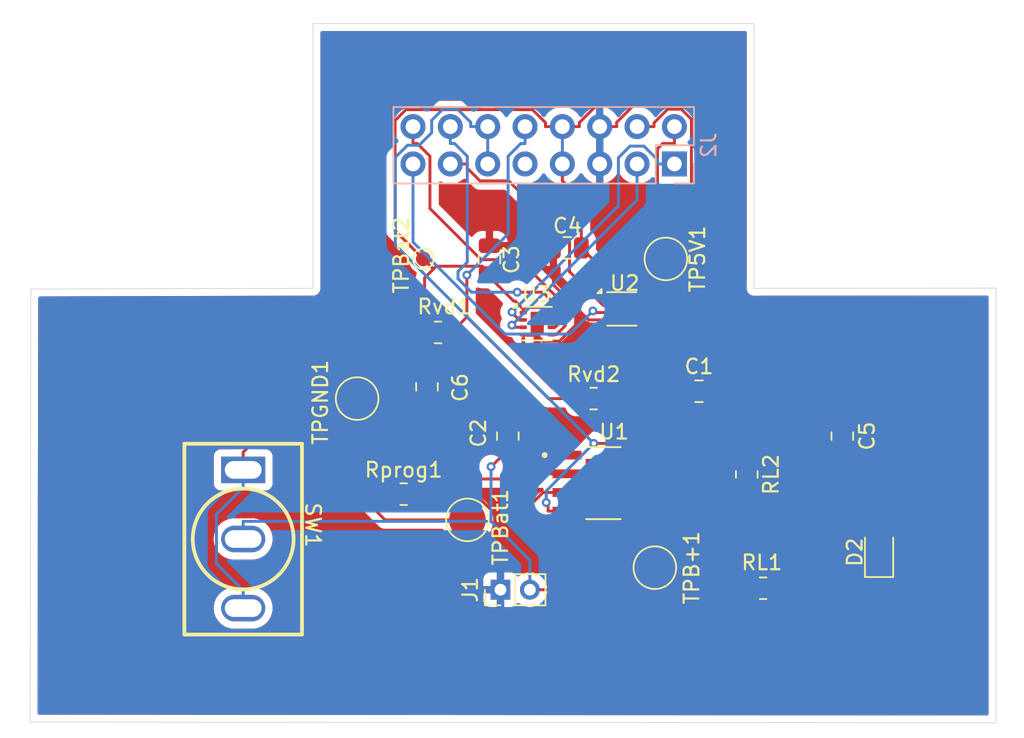
<source format=kicad_pcb>
(kicad_pcb (version 20240108) (generator "pcbnew") (generator_version "8.0")
  (layers (0 "F.Cu" signal) (31 "B.Cu" signal) (34 "B.Paste" user) (35 "F.Paste" user) (36 "B.SilkS" user "B.Silkscreen") (37 "F.SilkS" user "F.Silkscreen") (38 "B.Mask" user) (39 "F.Mask" user) (44 "Edge.Cuts" user))
  (net 0 "")
  (net 1 "+5V")
  (net 2 "GND")
  (net 3 "/B+")
  (net 4 "BATT")
  (net 5 "Net-(D2-A)")
  (net 6 "Net-(D2-K)")
  (net 7 "Motor2_A")
  (net 8 "Motor2_B")
  (net 9 "PWM2")
  (net 10 "Motor1_A")
  (net 11 "PWM1")
  (net 12 "BATT_ADC")
  (net 13 "/PD7")
  (net 14 "PWM3")
  (net 15 "PWM4")
  (net 16 "Motor1_B")
  (net 17 "Net-(U1-PROG)")
  (net 18 "Net-(U1-*STDBY)")
  (footprint "Capacitor_SMD:C_0805_2012Metric" (layer "F.Cu") (at 131.25 107.5)
    (property "Reference" "C1" (at 0 -1.68 0) (layer "F.SilkS"))
    (property "Value" "10uf")
    (fp_line (start -0.261252 -0.735) (end 0.261252 -0.735) (stroke (width 0.12)) (layer "F.SilkS"))
    (fp_line (start -0.261252 0.735) (end 0.261252 0.735) (stroke (width 0.12)) (layer "F.SilkS"))
    (pad "1" smd roundrect (at -0.95 0) (size 1 1.45) (layers "F.Cu" "F.Paste" "F.Mask") (net 1 "+5V"))
    (pad "2" smd roundrect (at 0.95 0) (size 1 1.45) (layers "F.Cu" "F.Paste" "F.Mask") (net 2 "GND"))
  )
  (footprint "TestPoint:TestPoint_Pad_D2.5mm" (layer "F.Cu") (at 128.25 119.5 -90)
    (property "Reference" "TPB+1" (at 0 -2.5 90) (layer "F.SilkS"))
    (property "Value" "TestPoint")
    (fp_circle (center 0 0) (end 0 1.45) (stroke (width 0.12)) (fill none) (layer "F.SilkS"))
    (pad "1" smd circle (at 0 0 270) (size 2.5 2.5) (layers "F.Cu" "F.Mask") (net 3 "/B+"))
  )
  (footprint "TP4056-42-ESOP8:SW-TH_MT-0-103-A101-M200-RS" (layer "F.Cu") (at 100.25 117.55 -90)
    (property "Reference" "SW1" (at -0.95 -4.75 -90) (layer "F.SilkS"))
    (property "Value" "~")
    (fp_line (start -6.477 4) (end -6.477 -4) (stroke (width 0.254)) (layer "F.SilkS"))
    (fp_line (start 6.5 4) (end -6.477 4) (stroke (width 0.254)) (layer "F.SilkS"))
    (fp_line (start 6.5 -4) (end 6.5 4) (stroke (width 0.254)) (layer "F.SilkS"))
    (fp_line (start 6.5 -4) (end -6.477 -4) (stroke (width 0.254)) (layer "F.SilkS"))
    (fp_circle (center 0 0) (end 3.429 0) (stroke (width 0.254)) (fill none) (layer "F.SilkS"))
    (pad "1" thru_hole rect (at -4.7 0 270) (size 1.8 3) (drill oval 1.2 2.5) (layers "*.Cu" "*.Mask") (net 4 "BATT"))
    (pad "2" thru_hole oval (at 0 0 270) (size 1.8 3) (drill oval 1.2 2.5) (layers "*.Cu" "*.Mask") (net 3 "/B+"))
    (pad "3" thru_hole oval (at 4.7 0 270) (size 1.8 3) (drill oval 1.2 2.5) (layers "*.Cu" "*.Mask") (net 4 "BATT"))
  )
  (footprint "Package_SON:WSON-8-1EP_2x2mm_P0.5mm_EP0.9x1.6mm" (layer "F.Cu") (at 126 101.9)
    (property "Reference" "U2" (at 0.2 -1.75 0) (layer "F.SilkS"))
    (property "Value" "DRV8837")
    (fp_line (start -1.01 -1.14) (end 0.99 -1.14) (stroke (width 0.12)) (layer "F.SilkS"))
    (fp_line (start -1 1.14) (end 1 1.14) (stroke (width 0.12)) (layer "F.SilkS"))
    (fp_poly (pts (xy -1.37 -1.07) (xy -1.65 -1.07) (xy -1.37 -1.35) (xy -1.37 -1.07)) (stroke (width 0.12)) (fill solid) (layer "F.SilkS"))
    (pad "1" smd roundrect (at -0.95 -0.75) (size 0.5 0.25) (layers "F.Cu" "F.Paste" "F.Mask") (net 4 "BATT"))
    (pad "2" smd roundrect (at -0.95 -0.25) (size 0.5 0.25) (layers "F.Cu" "F.Paste" "F.Mask") (net 10 "Motor1_A"))
    (pad "3" smd roundrect (at -0.95 0.25) (size 0.5 0.25) (layers "F.Cu" "F.Paste" "F.Mask") (net 16 "Motor1_B"))
    (pad "4" smd roundrect (at -0.95 0.75) (size 0.5 0.25) (layers "F.Cu" "F.Paste" "F.Mask") (net 2 "GND"))
    (pad "5" smd roundrect (at 0.95 0.75) (size 0.5 0.25) (layers "F.Cu" "F.Paste" "F.Mask") (net 9 "PWM2"))
    (pad "6" smd roundrect (at 0.95 0.25) (size 0.5 0.25) (layers "F.Cu" "F.Paste" "F.Mask") (net 11 "PWM1"))
    (pad "7" smd roundrect (at 0.95 -0.25) (size 0.5 0.25) (layers "F.Cu" "F.Paste" "F.Mask") (net 4 "BATT"))
    (pad "8" smd roundrect (at 0.95 -0.75) (size 0.5 0.25) (layers "F.Cu" "F.Paste" "F.Mask") (net 4 "BATT"))
    (pad "9" smd rect (at 0 0) (size 0.9 1.6) (layers "F.Cu" "F.Mask") (net 2 "GND"))
  )
  (footprint "Package_SON:WSON-8-1EP_2x2mm_P0.5mm_EP0.9x1.6mm" (layer "F.Cu") (at 120.25 102.9)
    (property "Reference" "U3" (at -0.05 -2 0) (layer "F.SilkS"))
    (property "Value" "DRV8837")
    (fp_line (start -1.01 -1.14) (end 0.99 -1.14) (stroke (width 0.12)) (layer "F.SilkS"))
    (fp_line (start -1 1.14) (end 1 1.14) (stroke (width 0.12)) (layer "F.SilkS"))
    (fp_poly (pts (xy -1.37 -1.07) (xy -1.65 -1.07) (xy -1.37 -1.35) (xy -1.37 -1.07)) (stroke (width 0.12)) (fill solid) (layer "F.SilkS"))
    (pad "1" smd roundrect (at -0.95 -0.75) (size 0.5 0.25) (layers "F.Cu" "F.Paste" "F.Mask") (net 4 "BATT"))
    (pad "2" smd roundrect (at -0.95 -0.25) (size 0.5 0.25) (layers "F.Cu" "F.Paste" "F.Mask") (net 7 "Motor2_A"))
    (pad "3" smd roundrect (at -0.95 0.25) (size 0.5 0.25) (layers "F.Cu" "F.Paste" "F.Mask") (net 8 "Motor2_B"))
    (pad "4" smd roundrect (at -0.95 0.75) (size 0.5 0.25) (layers "F.Cu" "F.Paste" "F.Mask") (net 2 "GND"))
    (pad "5" smd roundrect (at 0.95 0.75) (size 0.5 0.25) (layers "F.Cu" "F.Paste" "F.Mask") (net 15 "PWM4"))
    (pad "6" smd roundrect (at 0.95 0.25) (size 0.5 0.25) (layers "F.Cu" "F.Paste" "F.Mask") (net 14 "PWM3"))
    (pad "7" smd roundrect (at 0.95 -0.25) (size 0.5 0.25) (layers "F.Cu" "F.Paste" "F.Mask") (net 4 "BATT"))
    (pad "8" smd roundrect (at 0.95 -0.75) (size 0.5 0.25) (layers "F.Cu" "F.Paste" "F.Mask") (net 4 "BATT"))
    (pad "9" smd rect (at 0 0) (size 0.9 1.6) (layers "F.Cu" "F.Mask") (net 2 "GND"))
  )
  (footprint "TestPoint:TestPoint_Pad_D2.5mm" (layer "F.Cu") (at 129 98.5 -90)
    (property "Reference" "TP5V1" (at 0 -2.148 90) (layer "F.SilkS"))
    (property "Value" "5V-bat test")
    (fp_circle (center 0 0) (end 0 1.45) (stroke (width 0.12)) (fill none) (layer "F.SilkS"))
    (pad "1" smd circle (at 0 0 270) (size 2.5 2.5) (layers "F.Cu" "F.Mask") (net 1 "+5V"))
  )
  (footprint "Capacitor_SMD:C_0805_2012Metric" (layer "F.Cu") (at 112.75 107.2 -90)
    (property "Reference" "C6" (at 0.05 -2.25 90) (layer "F.SilkS"))
    (property "Value" "100nF")
    (fp_line (start -0.261252 0.735) (end 0.261252 0.735) (stroke (width 0.12)) (layer "F.SilkS"))
    (fp_line (start -0.261252 -0.735) (end 0.261252 -0.735) (stroke (width 0.12)) (layer "F.SilkS"))
    (pad "1" smd roundrect (at -0.95 0 270) (size 1 1.45) (layers "F.Cu" "F.Paste" "F.Mask") (net 4 "BATT"))
    (pad "2" smd roundrect (at 0.95 0 270) (size 1 1.45) (layers "F.Cu" "F.Paste" "F.Mask") (net 2 "GND"))
  )
  (footprint "TP4056-42-ESOP8:SOIC127P600X175-9N" (layer "F.Cu") (at 124.75 113.75)
    (property "Reference" "U1" (at 0.725 -3.4925 0) (layer "F.SilkS"))
    (property "Value" "TP4056")
    (fp_line (start -1.175 -2.45) (end 1.175 -2.45) (stroke (width 0.127)) (layer "F.SilkS"))
    (fp_line (start 1.175 2.45) (end -1.175 2.45) (stroke (width 0.127)) (layer "F.SilkS"))
    (fp_circle (center -4 -1.905) (end -3.9 -1.905) (stroke (width 0.2)) (fill none) (layer "F.SilkS"))
    (pad "1" smd rect (at -2.475 -1.905) (size 1.97 0.6) (layers "F.Cu" "F.Paste" "F.Mask") (net 2 "GND"))
    (pad "2" smd rect (at -2.475 -0.635) (size 1.97 0.6) (layers "F.Cu" "F.Paste" "F.Mask") (net 17 "Net-(U1-PROG)"))
    (pad "3" smd rect (at -2.475 0.635) (size 1.97 0.6) (layers "F.Cu" "F.Paste" "F.Mask") (net 2 "GND"))
    (pad "4" smd rect (at -2.475 1.905) (size 1.97 0.6) (layers "F.Cu" "F.Paste" "F.Mask") (net 1 "+5V"))
    (pad "5" smd rect (at 2.475 1.905) (size 1.97 0.6) (layers "F.Cu" "F.Paste" "F.Mask") (net 3 "/B+"))
    (pad "6" smd rect (at 2.475 0.635) (size 1.97 0.6) (layers "F.Cu" "F.Paste" "F.Mask") (net 18 "Net-(U1-*STDBY)"))
    (pad "7" smd rect (at 2.475 -0.635) (size 1.97 0.6) (layers "F.Cu" "F.Paste" "F.Mask") (net 6 "Net-(D2-K)"))
    (pad "8" smd rect (at 2.475 -1.905) (size 1.97 0.6) (layers "F.Cu" "F.Paste" "F.Mask") (net 1 "+5V"))
    (pad "9" smd rect (at 0 0) (size 2.413 3.302) (layers "F.Cu" "F.Mask"))
  )
  (footprint "Resistor_SMD:R_0805_2012Metric" (layer "F.Cu") (at 135.6125 120.9)
    (property "Reference" "RL1" (at -0.0875 -1.75 0) (layer "F.SilkS"))
    (property "Value" "1000")
    (fp_line (start -0.227064 -0.735) (end 0.227064 -0.735) (stroke (width 0.12)) (layer "F.SilkS"))
    (fp_line (start -0.227064 0.735) (end 0.227064 0.735) (stroke (width 0.12)) (layer "F.SilkS"))
    (pad "1" smd roundrect (at -0.9125 0) (size 1.025 1.4) (layers "F.Cu" "F.Paste" "F.Mask") (roundrect_rratio 0.243902) (net 18 "Net-(U1-*STDBY)"))
    (pad "2" smd roundrect (at 0.9125 0) (size 1.025 1.4) (layers "F.Cu" "F.Paste" "F.Mask") (roundrect_rratio 0.243902) (net 1 "+5V"))
  )
  (footprint "LED_SMD:LED_0805_2012Metric" (layer "F.Cu") (at 143.5 118.45 90)
    (property "Reference" "D2" (at 0 -1.65 90) (layer "F.SilkS"))
    (property "Value" "LED")
    (fp_line (start 1 -0.96) (end -1.685 -0.96) (stroke (width 0.12)) (layer "F.SilkS"))
    (fp_line (start -1.685 -0.96) (end -1.685 0.96) (stroke (width 0.12)) (layer "F.SilkS"))
    (fp_line (start -1.685 0.96) (end 1 0.96) (stroke (width 0.12)) (layer "F.SilkS"))
    (pad "1" smd roundrect (at -0.9375 0 90) (size 0.975 1.4) (layers "F.Cu" "F.Paste" "F.Mask") (net 6 "Net-(D2-K)"))
    (pad "2" smd roundrect (at 0.9375 0 90) (size 0.975 1.4) (layers "F.Cu" "F.Paste" "F.Mask") (net 5 "Net-(D2-A)"))
  )
  (footprint "Resistor_SMD:R_0805_2012Metric" (layer "F.Cu") (at 124.0875 108)
    (property "Reference" "Rvd2" (at 0 -1.65 0) (layer "F.SilkS"))
    (property "Value" "510k")
    (fp_line (start -0.227064 -0.735) (end 0.227064 -0.735) (stroke (width 0.12)) (layer "F.SilkS"))
    (fp_line (start -0.227064 0.735) (end 0.227064 0.735) (stroke (width 0.12)) (layer "F.SilkS"))
    (pad "1" smd roundrect (at -0.9125 0) (size 1.025 1.4) (layers "F.Cu" "F.Paste" "F.Mask") (roundrect_rratio 0.243902) (net 12 "BATT_ADC"))
    (pad "2" smd roundrect (at 0.9125 0) (size 1.025 1.4) (layers "F.Cu" "F.Paste" "F.Mask") (roundrect_rratio 0.243902) (net 2 "GND"))
  )
  (footprint "Capacitor_SMD:C_0805_2012Metric" (layer "F.Cu") (at 141 110.55 -90)
    (property "Reference" "C5" (at 0 -1.68 90) (layer "F.SilkS"))
    (property "Value" "100nF")
    (fp_line (start -0.261252 0.735) (end 0.261252 0.735) (stroke (width 0.12)) (layer "F.SilkS"))
    (fp_line (start -0.261252 -0.735) (end 0.261252 -0.735) (stroke (width 0.12)) (layer "F.SilkS"))
    (pad "1" smd roundrect (at -0.95 0 270) (size 1 1.45) (layers "F.Cu" "F.Paste" "F.Mask") (net 4 "BATT"))
    (pad "2" smd roundrect (at 0.95 0 270) (size 1 1.45) (layers "F.Cu" "F.Paste" "F.Mask") (net 2 "GND"))
  )
  (footprint "Capacitor_SMD:C_0805_2012Metric" (layer "F.Cu") (at 122.3 97.75 180)
    (property "Reference" "C4" (at 0 1.5 180) (layer "F.SilkS"))
    (property "Value" "100nF")
    (fp_line (start -0.261252 0.735) (end 0.261252 0.735) (stroke (width 0.12)) (layer "F.SilkS"))
    (fp_line (start -0.261252 -0.735) (end 0.261252 -0.735) (stroke (width 0.12)) (layer "F.SilkS"))
    (pad "1" smd roundrect (at -0.95 0 180) (size 1 1.45) (layers "F.Cu" "F.Paste" "F.Mask") (net 4 "BATT"))
    (pad "2" smd roundrect (at 0.95 0 180) (size 1 1.45) (layers "F.Cu" "F.Paste" "F.Mask") (net 2 "GND"))
  )
  (footprint "TestPoint:TestPoint_Pad_D1.0mm" (layer "F.Cu") (at 112.5 98.5 -90)
    (property "Reference" "TPBat2" (at -0.25 1.5 90) (layer "F.SilkS"))
    (property "Value" "BATT")
    (fp_circle (center 0 0) (end 0 0.7) (stroke (width 0.12)) (fill none) (layer "F.SilkS"))
    (pad "1" smd circle (at 0 0 270) (size 1 1) (layers "F.Cu" "F.Mask") (net 4 "BATT"))
  )
  (footprint "Capacitor_SMD:C_0805_2012Metric" (layer "F.Cu") (at 118.25 110.55 -90)
    (property "Reference" "C2" (at -0.2 2 90) (layer "F.SilkS"))
    (property "Value" "10uf")
    (fp_line (start -0.261252 0.735) (end 0.261252 0.735) (stroke (width 0.12)) (layer "F.SilkS"))
    (fp_line (start -0.261252 -0.735) (end 0.261252 -0.735) (stroke (width 0.12)) (layer "F.SilkS"))
    (pad "1" smd roundrect (at -0.95 0 270) (size 1 1.45) (layers "F.Cu" "F.Paste" "F.Mask") (net 2 "GND"))
    (pad "2" smd roundrect (at 0.95 0 270) (size 1 1.45) (layers "F.Cu" "F.Paste" "F.Mask") (net 3 "/B+"))
  )
  (footprint "Resistor_SMD:R_0805_2012Metric" (layer "F.Cu") (at 113.5 103.5)
    (property "Reference" "Rvd1" (at 0.4125 -1.75 0) (layer "F.SilkS"))
    (property "Value" "200k")
    (fp_line (start -0.227064 -0.735) (end 0.227064 -0.735) (stroke (width 0.12)) (layer "F.SilkS"))
    (fp_line (start -0.227064 0.735) (end 0.227064 0.735) (stroke (width 0.12)) (layer "F.SilkS"))
    (pad "1" smd roundrect (at -0.9125 0) (size 1.025 1.4) (layers "F.Cu" "F.Paste" "F.Mask") (roundrect_rratio 0.243902) (net 4 "BATT"))
    (pad "2" smd roundrect (at 0.9125 0) (size 1.025 1.4) (layers "F.Cu" "F.Paste" "F.Mask") (roundrect_rratio 0.243902) (net 12 "BATT_ADC"))
  )
  (footprint "TestPoint:TestPoint_Pad_D2.5mm" (layer "F.Cu") (at 108 108 -90)
    (property "Reference" "TPGND1" (at 0.25 2.5 90) (layer "F.SilkS"))
    (property "Value" "TestPoint")
    (fp_circle (center 0 0) (end 0 1.45) (stroke (width 0.12)) (fill none) (layer "F.SilkS"))
    (pad "1" smd circle (at 0 0 270) (size 2.5 2.5) (layers "F.Cu" "F.Mask") (net 2 "GND"))
  )
  (footprint "Connector_PinHeader_2.00mm:PinHeader_1x02_P2.00mm_Vertical" (layer "F.Cu") (at 117.75 121 90)
    (property "Reference" "J1" (at 0 -2.06 -90) (layer "F.SilkS"))
    (property "Value" "Conn_01x02_Pin")
    (fp_line (start -1.06 -1.06) (end 0 -1.06) (stroke (width 0.12)) (layer "F.SilkS"))
    (fp_line (start -1.06 0) (end -1.06 -1.06) (stroke (width 0.12)) (layer "F.SilkS"))
    (fp_line (start 1.06 1) (end 1.06 3.06) (stroke (width 0.12)) (layer "F.SilkS"))
    (fp_line (start -1.06 1) (end 1.06 1) (stroke (width 0.12)) (layer "F.SilkS"))
    (fp_line (start -1.06 1) (end -1.06 3.06) (stroke (width 0.12)) (layer "F.SilkS"))
    (fp_line (start -1.06 3.06) (end 1.06 3.06) (stroke (width 0.12)) (layer "F.SilkS"))
    (pad "1" thru_hole rect (at 0 0 90) (size 1.35 1.35) (drill 0.8) (layers "*.Cu" "*.Mask") (net 2 "GND"))
    (pad "2" thru_hole oval (at 0 2 90) (size 1.35 1.35) (drill 0.8) (layers "*.Cu" "*.Mask") (net 3 "/B+"))
  )
  (footprint "TestPoint:TestPoint_Pad_D2.5mm" (layer "F.Cu") (at 115.5 116.25 -90)
    (property "Reference" "TPBat1" (at 0.5 -2.25 90) (layer "F.SilkS"))
    (property "Value" "TestPoint")
    (fp_circle (center 0 0) (end 0 1.45) (stroke (width 0.12)) (fill none) (layer "F.SilkS"))
    (pad "1" smd circle (at 0 0 270) (size 2.5 2.5) (layers "F.Cu" "F.Mask") (net 4 "BATT"))
  )
  (footprint "Resistor_SMD:R_0805_2012Metric" (layer "F.Cu") (at 111.1625 114.5)
    (property "Reference" "Rprog1" (at 0 -1.65 0) (layer "F.SilkS"))
    (property "Value" "6800")
    (fp_line (start -0.227064 -0.735) (end 0.227064 -0.735) (stroke (width 0.12)) (layer "F.SilkS"))
    (fp_line (start -0.227064 0.735) (end 0.227064 0.735) (stroke (width 0.12)) (layer "F.SilkS"))
    (pad "1" smd roundrect (at -0.9125 0) (size 1.025 1.4) (layers "F.Cu" "F.Paste" "F.Mask") (roundrect_rratio 0.243902) (net 17 "Net-(U1-PROG)"))
    (pad "2" smd roundrect (at 0.9125 0) (size 1.025 1.4) (layers "F.Cu" "F.Paste" "F.Mask") (roundrect_rratio 0.243902) (net 2 "GND"))
  )
  (footprint "Resistor_SMD:R_0805_2012Metric" (layer "F.Cu") (at 134.5 113.1625 -90)
    (property "Reference" "RL2" (at 0 -1.65 90) (layer "F.SilkS"))
    (property "Value" "1000")
    (fp_line (start -0.227064 0.735) (end 0.227064 0.735) (stroke (width 0.12)) (layer "F.SilkS"))
    (fp_line (start -0.227064 -0.735) (end 0.227064 -0.735) (stroke (width 0.12)) (layer "F.SilkS"))
    (pad "1" smd roundrect (at -0.9125 0 270) (size 1.025 1.4) (layers "F.Cu" "F.Paste" "F.Mask") (roundrect_rratio 0.243902) (net 5 "Net-(D2-A)"))
    (pad "2" smd roundrect (at 0.9125 0 270) (size 1.025 1.4) (layers "F.Cu" "F.Paste" "F.Mask") (roundrect_rratio 0.243902) (net 1 "+5V"))
  )
  (footprint "Capacitor_SMD:C_0805_2012Metric" (layer "F.Cu") (at 117 98.55 90)
    (property "Reference" "C3" (at 0 1.5 -90) (layer "F.SilkS"))
    (property "Value" "100nF")
    (fp_line (start -0.261252 -0.735) (end 0.261252 -0.735) (stroke (width 0.12)) (layer "F.SilkS"))
    (fp_line (start -0.261252 0.735) (end 0.261252 0.735) (stroke (width 0.12)) (layer "F.SilkS"))
    (pad "1" smd roundrect (at -0.95 0 90) (size 1 1.45) (layers "F.Cu" "F.Paste" "F.Mask") (net 4 "BATT"))
    (pad "2" smd roundrect (at 0.95 0 90) (size 1 1.45) (layers "F.Cu" "F.Paste" "F.Mask") (net 2 "GND"))
  )
  (footprint "Connector_PinHeader_2.54mm:PinHeader_2x08_P2.54mm_Vertical" (layer "B.Cu") (at 129.58 92.04 90)
    (property "Reference" "J2" (at 1.27 2.33 -90) (layer "B.SilkS") (effects (justify mirror)))
    (property "Value" "Conn_02x08_Odd_Even")
    (fp_line (start 3.87 -19.11) (end -1.33 -19.11) (stroke (width 0.12)) (layer "B.SilkS"))
    (fp_line (start 3.87 -19.11) (end 3.87 1.33) (stroke (width 0.12)) (layer "B.SilkS"))
    (fp_line (start -1.33 -19.11) (end -1.33 -1.27) (stroke (width 0.12)) (layer "B.SilkS"))
    (fp_line (start 1.27 -1.27) (end -1.33 -1.27) (stroke (width 0.12)) (layer "B.SilkS"))
    (fp_line (start 3.87 1.33) (end 1.27 1.33) (stroke (width 0.12)) (layer "B.SilkS"))
    (fp_line (start 1.27 1.33) (end 1.27 -1.27) (stroke (width 0.12)) (layer "B.SilkS"))
    (fp_line (start 0 1.33) (end -1.33 1.33) (stroke (width 0.12)) (layer "B.SilkS"))
    (fp_line (start -1.33 1.33) (end -1.33 0) (stroke (width 0.12)) (layer "B.SilkS"))
    (pad "1" thru_hole rect (at 0 0 90) (size 1.7 1.7) (drill 1) (layers "*.Cu" "*.Mask") (net 7 "Motor2_A"))
    (pad "2" thru_hole oval (at 2.54 0 90) (size 1.7 1.7) (drill 1) (layers "*.Cu" "*.Mask") (net 11 "PWM1"))
    (pad "3" thru_hole oval (at 0 -2.54 90) (size 1.7 1.7) (drill 1) (layers "*.Cu" "*.Mask") (net 8 "Motor2_B"))
    (pad "4" thru_hole oval (at 2.54 -2.54 90) (size 1.7 1.7) (drill 1) (layers "*.Cu" "*.Mask") (net 9 "PWM2"))
    (pad "5" thru_hole oval (at 0 -5.08 90) (size 1.7 1.7) (drill 1) (layers "*.Cu" "*.Mask") (net 2 "GND"))
    (pad "6" thru_hole oval (at 2.54 -5.08 90) (size 1.7 1.7) (drill 1) (layers "*.Cu" "*.Mask") (net 2 "GND"))
    (pad "7" thru_hole oval (at 0 -7.62 90) (size 1.7 1.7) (drill 1) (layers "*.Cu" "*.Mask") (net 4 "BATT"))
    (pad "8" thru_hole oval (at 2.54 -7.62 90) (size 1.7 1.7) (drill 1) (layers "*.Cu" "*.Mask") (net 4 "BATT"))
    (pad "9" thru_hole oval (at 0 -10.16 90) (size 1.7 1.7) (drill 1) (layers "*.Cu" "*.Mask") (net 13 "/PD7"))
    (pad "10" thru_hole oval (at 2.54 -10.16 90) (size 1.7 1.7) (drill 1) (layers "*.Cu" "*.Mask") (net 12 "BATT_ADC"))
    (pad "11" thru_hole oval (at 0 -12.7 90) (size 1.7 1.7) (drill 1) (layers "*.Cu" "*.Mask") (net 1 "+5V"))
    (pad "12" thru_hole oval (at 2.54 -12.7 90) (size 1.7 1.7) (drill 1) (layers "*.Cu" "*.Mask") (net 1 "+5V"))
    (pad "13" thru_hole oval (at 0 -15.24 90) (size 1.7 1.7) (drill 1) (layers "*.Cu" "*.Mask") (net 10 "Motor1_A"))
    (pad "14" thru_hole oval (at 2.54 -15.24 90) (size 1.7 1.7) (drill 1) (layers "*.Cu" "*.Mask") (net 14 "PWM3"))
    (pad "15" thru_hole oval (at 0 -17.78 90) (size 1.7 1.7) (drill 1) (layers "*.Cu" "*.Mask") (net 16 "Motor1_B"))
    (pad "16" thru_hole oval (at 2.54 -17.78 90) (size 1.7 1.7) (drill 1) (layers "*.Cu" "*.Mask") (net 15 "PWM4"))
  )
  (gr_line (start 85.76 130) (end 85.81 100.55) (stroke (width 0.05)) (layer "Edge.Cuts"))
  (gr_line (start 151.45 130.05) (end 85.76 130) (stroke (width 0.05)) (layer "Edge.Cuts"))
  (gr_line (start 105 100) (end 105 82.5) (stroke (width 0.05)) (layer "Edge.Cuts"))
  (gr_line (start 135 100.5) (end 151.45 100.49) (stroke (width 0.05)) (layer "Edge.Cuts"))
  (gr_line (start 85.81 100.55) (end 105 100.5) (stroke (width 0.05)) (layer "Edge.Cuts"))
  (gr_line (start 135 82.5) (end 135 100.5) (stroke (width 0.05)) (layer "Edge.Cuts"))
  (gr_line (start 105 100) (end 105 100.5) (stroke (width 0.05)) (layer "Edge.Cuts"))
  (gr_line (start 151.45 100.49) (end 151.45 130.05) (stroke (width 0.05)) (layer "Edge.Cuts"))
  (gr_line (start 105 82.5) (end 135 82.5) (stroke (width 0.05)) (layer "Edge.Cuts"))
  (segment (start 120.9883 115.1967) (end 120.8627 115.0711) (width 0.2) (layer "F.Cu") (net 1))
  (segment (start 120.9883 115.655) (end 120.9883 115.1967) (width 0.2) (layer "F.Cu") (net 1))
  (segment (start 132.27 111.845) (end 134.5 114.075) (width 0.2) (layer "F.Cu") (net 1))
  (segment (start 130.3 107.5) (end 130.3 99.8) (width 0.2) (layer "F.Cu") (net 1))
  (segment (start 130.3 111.845) (end 130.3 107.5) (width 0.2) (layer "F.Cu") (net 1))
  (segment (start 130.3 111.845) (end 127.225 111.845) (width 0.2) (layer "F.Cu") (net 1))
  (segment (start 130.3 111.845) (end 132.27 111.845) (width 0.2) (layer "F.Cu") (net 1))
  (segment (start 136.525 116.1) (end 136.525 120.9) (width 0.2) (layer "F.Cu") (net 1))
  (segment (start 134.5 114.075) (end 136.525 116.1) (width 0.2) (layer "F.Cu") (net 1))
  (segment (start 124.0944 111.0496) (end 126.4296 111.0496) (width 0.2) (layer "F.Cu") (net 1))
  (segment (start 122.275 115.655) (end 120.9883 115.655) (width 0.2) (layer "F.Cu") (net 1))
  (segment (start 130.3 99.8) (end 129 98.5) (width 0.2) (layer "F.Cu") (net 1))
  (segment (start 126.4296 111.0496) (end 127.225 111.845) (width 0.2) (layer "F.Cu") (net 1))
  (via (at 120.8627 115.0711) (size 0.6) (drill 0.3) (layers "F.Cu" "B.Cu") (net 1))
  (via (at 124.0944 111.0496) (size 0.6) (drill 0.3) (layers "F.Cu" "B.Cu") (net 1))
  (segment (start 116.88 89.5) (end 116.88 92.04) (width 0.2) (layer "B.Cu") (net 1))
  (segment (start 110.5999 91.5934) (end 111.4233 90.77) (width 0.2) (layer "B.Cu") (net 1))
  (segment (start 111.4233 90.77) (end 112.2183 90.77) (width 0.2) (layer "B.Cu") (net 1))
  (segment (start 113.07 89.9183) (end 113.07 89.0758) (width 0.2) (layer "B.Cu") (net 1))
  (segment (start 113.8397 88.3061) (end 114.8223 88.3061) (width 0.2) (layer "B.Cu") (net 1))
  (segment (start 115.7283 89.2121) (end 115.7283 89.5) (width 0.2) (layer "B.Cu") (net 1))
  (segment (start 124.0944 111.0496) (end 110.5999 97.5551) (width 0.2) (layer "B.Cu") (net 1))
  (segment (start 110.5999 97.5551) (end 110.5999 91.5934) (width 0.2) (layer "B.Cu") (net 1))
  (segment (start 124.0944 111.0496) (end 120.8627 114.2813) (width 0.2) (layer "B.Cu") (net 1))
  (segment (start 114.8223 88.3061) (end 115.7283 89.2121) (width 0.2) (layer "B.Cu") (net 1))
  (segment (start 113.07 89.0758) (end 113.8397 88.3061) (width 0.2) (layer "B.Cu") (net 1))
  (segment (start 112.2183 90.77) (end 113.07 89.9183) (width 0.2) (layer "B.Cu") (net 1))
  (segment (start 120.8627 114.2813) (end 120.8627 115.0711) (width 0.2) (layer "B.Cu") (net 1))
  (segment (start 116.88 89.5) (end 115.7283 89.5) (width 0.2) (layer "B.Cu") (net 1))
  (segment (start 127.4483 99.1882) (end 128.381 100.1209) (width 0.2) (layer "F.Cu") (net 2))
  (segment (start 109.3865 115.1494) (end 109.7468 115.5097) (width 0.2) (layer "F.Cu") (net 2))
  (segment (start 122.275 111.845) (end 120.9883 111.845) (width 0.2) (layer "F.Cu") (net 2))
  (segment (start 132.2 99.3647) (end 129.7215 96.8862) (width 0.2) (layer "F.Cu") (net 2))
  (segment (start 117 97.6) (end 121.2 97.6) (width 0.2) (layer "F.Cu") (net 2))
  (segment (start 131.2106 88.8393) (end 130.251 87.8797) (width 0.2) (layer "F.Cu") (net 2))
  (segment (start 130.251 87.8797) (end 126.984 87.8797) (width 0.2) (layer "F.Cu") (net 2))
  (segment (start 128.4194 96.8862) (end 127.4483 97.8573) (width 0.2) (layer "F.Cu") (net 2))
  (segment (start 111.0653 115.5097) (end 112.075 114.5) (width 0.2) (layer "F.Cu") (net 2))
  (segment (start 118.7433 109.6) (end 118.25 109.6) (width 0.2) (layer "F.Cu") (net 2))
  (segment (start 108.15 108.15) (end 108 108) (width 0.2) (layer "F.Cu") (net 2))
  (segment (start 109.3865 108.15) (end 109.3865 115.1494) (width 0.2) (layer "F.Cu") (net 2))
  (segment (start 129.7215 96.8862) (end 131.2106 95.3971) (width 0.2) (layer "F.Cu") (net 2))
  (segment (start 121.7654 104.0949) (end 120.6565 104.0949) (width 0.2) (layer "F.Cu") (net 2))
  (segment (start 122.275 114.385) (end 120.9883 114.385) (width 0.2) (layer "F.Cu") (net 2))
  (segment (start 125 108) (end 121.7654 104.7654) (width 0.2) (layer "F.Cu") (net 2))
  (segment (start 117.75 121) (end 117.75 117.2794) (width 0.2) (layer "F.Cu") (net 2))
  (segment (start 112.075 114.5) (end 116.0396 114.5) (width 0.2) (layer "F.Cu") (net 2))
  (segment (start 128.381 102.2514) (end 127.5335 103.0989) (width 0.2) (layer "F.Cu") (net 2))
  (segment (start 125 109.12) (end 125 108) (width 0.2) (layer "F.Cu") (net 2))
  (segment (start 120.25 103.6884) (end 119.3384 103.6884) (width 0.2) (layer "F.Cu") (net 2))
  (segment (start 128.381 100.1209) (end 128.381 102.2514) (width 0.2) (layer "F.Cu") (net 2))
  (segment (start 118.2845 116.7449) (end 120.6444 114.385) (width 0.2) (layer "F.Cu") (net 2))
  (segment (start 109.7468 115.5097) (end 111.0653 115.5097) (width 0.2) (layer "F.Cu") (net 2))
  (segment (start 118.25 109.6) (end 114.2 109.6) (width 0.2) (layer "F.Cu") (net 2))
  (segment (start 116.0396 114.5) (end 118.2845 116.7449) (width 0.2) (layer "F.Cu") (net 2))
  (segment (start 121.35 97.75) (end 121.35 100.2601) (width 0.2) (layer "F.Cu") (net 2))
  (segment (start 123.7399 102.65) (end 125.05 102.65) (width 0.2) (layer "F.Cu") (net 2))
  (segment (start 137 107.5) (end 132.2 107.5) (width 0.2) (layer "F.Cu") (net 2))
  (segment (start 127.5335 103.0989) (end 126.0972 103.0989) (width 0.2) (layer "F.Cu") (net 2))
  (segment (start 121.7654 104.7654) (end 121.7654 104.0949) (width 0.2) (layer "F.Cu") (net 2))
  (segment (start 125.05 102.65) (end 126 102.65) (width 0.2) (layer "F.Cu") (net 2))
  (segment (start 123.4751 102.3852) (end 121.7654 104.0949) (width 0.2) (layer "F.Cu") (net 2))
  (segment (start 120.6565 104.0949) (end 120.25 103.6884) (width 0.2) (layer "F.Cu") (net 2))
  (segment (start 129.7215 96.8862) (end 128.4194 96.8862) (width 0.2) (layer "F.Cu") (net 2))
  (segment (start 117.75 117.2794) (end 118.2845 116.7449) (width 0.2) (layer "F.Cu") (net 2))
  (segment (start 114.2 109.6) (end 112.75 108.15) (width 0.2) (layer "F.Cu") (net 2))
  (segment (start 132.2 107.5) (end 132.2 99.3647) (width 0.2) (layer "F.Cu") (net 2))
  (segment (start 126 101.9) (end 126 102.65) (width 0.2) (layer "F.Cu") (net 2))
  (segment (start 125.6517 89.212) (end 125.6517 89.5) (width 0.2) (layer "F.Cu") (net 2))
  (segment (start 141 111.5) (end 137 107.5) (width 0.2) (layer "F.Cu") (net 2))
  (segment (start 124.5 89.5) (end 125.6517 89.5) (width 0.2) (layer "F.Cu") (net 2))
  (segment (start 127.4483 97.8573) (end 127.4483 99.1882) (width 0.2) (layer "F.Cu") (net 2))
  (segment (start 121.35 100.2601) (end 123.4751 102.3852) (width 0.2) (layer "F.Cu") (net 2))
  (segment (start 122.275 111.845) (end 125 109.12) (width 0.2) (layer "F.Cu") (net 2))
  (segment (start 126.0972 103.0989) (end 126 103.0017) (width 0.2) (layer "F.Cu") (net 2))
  (segment (start 126 102.65) (end 126 103.0017) (width 0.2) (layer "F.Cu") (net 2))
  (segment (start 123.4751 102.3852) (end 123.7399 102.65) (width 0.2) (layer "F.Cu") (net 2))
  (segment (start 109.3865 108.15) (end 108.15 108.15) (width 0.2) (layer "F.Cu") (net 2))
  (segment (start 120.9883 111.845) (end 118.7433 109.6) (width 0.2) (layer "F.Cu") (net 2))
  (segment (start 120.25 102.9) (end 120.25 103.6884) (width 0.2) (layer "F.Cu") (net 2))
  (segment (start 121.2 97.6) (end 121.35 97.75) (width 0.2) (layer "F.Cu") (net 2))
  (segment (start 112.75 108.15) (end 109.3865 108.15) (width 0.2) (layer "F.Cu") (net 2))
  (segment (start 131.2106 95.3971) (end 131.2106 88.8393) (width 0.2) (layer "F.Cu") (net 2))
  (segment (start 119.3384 103.6884) (end 119.3 103.65) (width 0.2) (layer "F.Cu") (net 2))
  (segment (start 120.6444 114.385) (end 120.9883 114.385) (width 0.2) (layer "F.Cu") (net 2))
  (segment (start 126.984 87.8797) (end 125.6517 89.212) (width 0.2) (layer "F.Cu") (net 2))
  (segment (start 124.5 89.5) (end 124.5 92.04) (width 0.2) (layer "B.Cu") (net 2))
  (segment (start 119.75 121) (end 126.75 121) (width 0.2) (layer "F.Cu") (net 3))
  (segment (start 128.5117 119.2383) (end 128.5117 115.655) (width 0.2) (layer "F.Cu") (net 3))
  (segment (start 117.1207 112.6293) (end 117.1075 112.6293) (width 0.2) (layer "F.Cu") (net 3))
  (segment (start 126.75 121) (end 128.25 119.5) (width 0.2) (layer "F.Cu") (net 3))
  (segment (start 128.25 119.5) (end 128.5117 119.2383) (width 0.2) (layer "F.Cu") (net 3))
  (segment (start 127.225 115.655) (end 128.5117 115.655) (width 0.2) (layer "F.Cu") (net 3))
  (segment (start 118.25 111.5) (end 117.1207 112.6293) (width 0.2) (layer "F.Cu") (net 3))
  (via (at 117.1075 112.6293) (size 0.6) (drill 0.3) (layers "F.Cu" "B.Cu") (net 3))
  (segment (start 100.25 116.3483) (end 117.1075 116.3483) (width 0.2) (layer "B.Cu") (net 3))
  (segment (start 119.75 121) (end 119.75 120.0233) (width 0.2) (layer "B.Cu") (net 3))
  (segment (start 117.1075 112.6293) (end 117.1075 116.3483) (width 0.2) (layer "B.Cu") (net 3))
  (segment (start 117.1075 116.3483) (end 119.75 118.9908) (width 0.2) (layer "B.Cu") (net 3))
  (segment (start 100.25 117.55) (end 100.25 116.3483) (width 0.2) (layer "B.Cu") (net 3))
  (segment (start 119.75 118.9908) (end 119.75 120.0233) (width 0.2) (layer "B.Cu") (net 3))
  (segment (start 101.8213 110.077) (end 103.7271 110.077) (width 0.2) (layer "F.Cu") (net 4))
  (segment (start 125.05 99.55) (end 125.05 100.7983) (width 0.2) (layer "F.Cu") (net 4))
  (segment (start 119.9222 88.3454) (end 120.8083 89.2315) (width 0.2) (layer "F.Cu") (net 4))
  (segment (start 112.5875 106.0875) (end 107.7167 106.0875) (width 0.2) (layer "F.Cu") (net 4))
  (segment (start 117 99.7255) (end 118.6409 101.3664) (width 0.2) (layer "F.Cu") (net 4))
  (segment (start 121.96 89.5) (end 123.1117 89.5) (width 0.2) (layer "F.Cu") (net 4))
  (segment (start 116.4972 98.9972) (end 117 99.5) (width 0.2) (layer "F.Cu") (net 4))
  (segment (start 103.7272 110.077) (end 109.9001 116.25) (width 0.2) (layer "F.Cu") (net 4))
  (segment (start 113.1892 99.1892) (end 112.5 98.5) (width 0.2) (layer "F.Cu") (net 4))
  (segment (start 121.2 102.15) (end 120.8483 101.7983) (width 0.2) (layer "F.Cu") (net 4))
  (segment (start 110.5818 96.5818) (end 110.5818 89.0864) (width 0.2) (layer "F.Cu") (net 4))
  (segment (start 121.96 89.5) (end 120.8083 89.5) (width 0.2) (layer "F.Cu") (net 4))
  (segment (start 141 107.5524) (end 131.6848 98.2372) (width 0.2) (layer "F.Cu") (net 4))
  (segment (start 126.5983 100.7983) (end 125.05 100.7983) (width 0.2) (layer "F.Cu") (net 4))
  (segment (start 120.8083 89.2315) (end 120.8083 89.5) (width 0.2) (layer "F.Cu") (net 4))
  (segment (start 100.25 111.6483) (end 101.8213 110.077) (width 0.2) (layer "F.Cu") (net 4))
  (segment (start 123.25 94.4817) (end 123.25 97.75) (width 0.2) (layer "F.Cu") (net 4))
  (segment (start 120.8483 101.7983) (end 119.4166 101.7983) (width 0.2) (layer "F.Cu") (net 4))
  (segment (start 126.95 101.15) (end 126.5983 100.7983) (width 0.2) (layer "F.Cu") (net 4))
  (segment (start 118.7515 101.3664) (end 119.3 101.9149) (width 0.2) (layer "F.Cu") (net 4))
  (segment (start 130.4173 87.478) (end 124.8652 87.478) (width 0.2) (layer "F.Cu") (net 4))
  (segment (start 125.05 100.7983) (end 125.05 101.15) (width 0.2) (layer "F.Cu") (net 4))
  (segment (start 131.6848 98.2372) (end 131.6848 88.7455) (width 0.2) (layer "F.Cu") (net 4))
  (segment (start 107.7167 106.0875) (end 103.7272 110.077) (width 0.2) (layer "F.Cu") (net 4))
  (segment (start 118.6409 101.3664) (end 118.7515 101.3664) (width 0.2) (layer "F.Cu") (net 4))
  (segment (start 119.4166 101.7983) (end 119.3 101.9149) (width 0.2) (layer "F.Cu") (net 4))
  (segment (start 119.3 101.9149) (end 119.3 102.15) (width 0.2) (layer "F.Cu") (net 4))
  (segment (start 141 109.6) (end 141 107.5524) (width 0.2) (layer "F.Cu") (net 4))
  (segment (start 110.5818 89.0864) (end 111.3228 88.3454) (width 0.2) (layer "F.Cu") (net 4))
  (segment (start 117 99.5) (end 117 99.7255) (width 0.2) (layer "F.Cu") (net 4))
  (segment (start 121.2 102.65) (end 121.2 102.15) (width 0.2) (layer "F.Cu") (net 4))
  (segment (start 121.96 92.04) (end 121.96 93.1917) (width 0.2) (layer "F.Cu") (net 4))
  (segment (start 112.5875 99.7909) (end 113.1892 99.1892) (width 0.2) (layer "F.Cu") (net 4))
  (segment (start 113.1892 99.1892) (end 113.3812 98.9972) (width 0.2) (layer "F.Cu") (net 4))
  (segment (start 100.25 112.85) (end 100.25 111.6483) (width 0.2) (layer "F.Cu") (net 4))
  (segment (start 124.8652 87.478) (end 123.1117 89.2315) (width 0.2) (layer "F.Cu") (net 4))
  (segment (start 112.5 98.5) (end 110.5818 96.5818) (width 0.2) (layer "F.Cu") (net 4))
  (segment (start 113.3812 98.9972) (end 116.4972 98.9972) (width 0.2) (layer "F.Cu") (net 4))
  (segment (start 112.5875 103.5) (end 112.5875 99.7909) (width 0.2) (layer "F.Cu") (net 4))
  (segment (start 112.75 106.25) (end 112.5875 106.0875) (width 0.2) (layer "F.Cu") (net 4))
  (segment (start 103.7271 110.077) (end 103.7272 110.077) (width 0.2) (layer "F.Cu") (net 4))
  (segment (start 112.5875 106.0875) (end 112.5875 103.5) (width 0.2) (layer "F.Cu") (net 4))
  (segment (start 123.1117 89.2315) (end 123.1117 89.5) (width 0.2) (layer "F.Cu") (net 4))
  (segment (start 131.6848 88.7455) (end 130.4173 87.478) (width 0.2) (layer "F.Cu") (net 4))
  (segment (start 123.25 97.75) (end 125.05 99.55) (width 0.2) (layer "F.Cu") (net 4))
  (segment (start 111.3228 88.3454) (end 119.9222 88.3454) (width 0.2) (layer "F.Cu") (net 4))
  (segment (start 126.95 101.65) (end 126.95 101.15) (width 0.2) (layer "F.Cu") (net 4))
  (segment (start 121.96 93.1917) (end 123.25 94.4817) (width 0.2) (layer "F.Cu") (net 4))
  (segment (start 109.9001 116.25) (end 115.5 116.25) (width 0.2) (layer "F.Cu") (net 4))
  (segment (start 98.4334 115.8683) (end 98.4334 119.2317) (width 0.2) (layer "B.Cu") (net 4))
  (segment (start 100.25 114.0517) (end 98.4334 115.8683) (width 0.2) (layer "B.Cu") (net 4))
  (segment (start 98.4334 119.2317) (end 100.25 121.0483) (width 0.2) (layer "B.Cu") (net 4))
  (segment (start 100.25 112.85) (end 100.25 114.0517) (width 0.2) (layer "B.Cu") (net 4))
  (segment (start 100.25 122.25) (end 100.25 121.0483) (width 0.2) (layer "B.Cu") (net 4))
  (segment (start 121.96 89.5) (end 121.96 92.04) (width 0.2) (layer "B.Cu") (net 4))
  (segment (start 134.5 112.25) (end 138.2375 112.25) (width 0.2) (layer "F.Cu") (net 5))
  (segment (start 138.2375 112.25) (end 143.5 117.5125) (width 0.2) (layer "F.Cu") (net 5))
  (segment (start 135.6125 121.4889) (end 136.0302 121.9066) (width 0.2) (layer "F.Cu") (net 6))
  (segment (start 127.225 113.115) (end 128.5117 113.115) (width 0.2) (layer "F.Cu") (net 6))
  (segment (start 135.6125 120.2158) (end 135.6125 121.4889) (width 0.2) (layer "F.Cu") (net 6))
  (segment (start 128.5117 113.115) (end 135.6125 120.2158) (width 0.2) (layer "F.Cu") (net 6))
  (segment (start 136.0302 121.9066) (end 140.9809 121.9066) (width 0.2) (layer "F.Cu") (net 6))
  (segment (start 140.9809 121.9066) (end 143.5 119.3875) (width 0.2) (layer "F.Cu") (net 6))
  (segment (start 119.3 102.65) (end 119.0277 102.65) (width 0.2) (layer "F.Cu") (net 7))
  (segment (start 118.5404 102.1627) (end 118.5404 102.1147) (width 0.2) (layer "F.Cu") (net 7))
  (segment (start 119.0277 102.65) (end 118.5404 102.1627) (width 0.2) (layer "F.Cu") (net 7))
  (via (at 118.5404 102.1147) (size 0.6) (drill 0.3) (layers "F.Cu" "B.Cu") (net 7))
  (segment (start 126.5617 90.8299) (end 125.77 91.6216) (width 0.2) (layer "B.Cu") (net 7))
  (segment (start 129.58 92.04) (end 128.4283 92.04) (width 0.2) (layer "B.Cu") (net 7))
  (segment (start 125.77 91.6216) (end 125.77 94.8851) (width 0.2) (layer "B.Cu") (net 7))
  (segment (start 128.4283 92.04) (end 128.4283 91.7521) (width 0.2) (layer "B.Cu") (net 7))
  (segment (start 128.4283 91.7521) (end 127.5061 90.8299) (width 0.2) (layer "B.Cu") (net 7))
  (segment (start 125.77 94.8851) (end 118.5404 102.1147) (width 0.2) (layer "B.Cu") (net 7))
  (segment (start 127.5061 90.8299) (end 126.5617 90.8299) (width 0.2) (layer "B.Cu") (net 7))
  (segment (start 119.3 103.15) (end 118.6699 103.15) (width 0.2) (layer "F.Cu") (net 8))
  (segment (start 118.6699 103.15) (end 118.5276 103.0077) (width 0.2) (layer "F.Cu") (net 8))
  (via (at 118.5276 103.0077) (size 0.6) (drill 0.3) (layers "F.Cu" "B.Cu") (net 8))
  (segment (start 127.04 92.04) (end 127.04 93.1917) (width 0.2) (layer "B.Cu") (net 8))
  (segment (start 127.04 93.1917) (end 127.04 94.4953) (width 0.2) (layer "B.Cu") (net 8))
  (segment (start 127.04 94.4953) (end 118.5276 103.0077) (width 0.2) (layer "B.Cu") (net 8))
  (segment (start 127.9444 102.0328) (end 127.3272 102.65) (width 0.2) (layer "F.Cu") (net 9))
  (segment (start 128.1917 89.5) (end 128.1917 89.2455) (width 0.2) (layer "F.Cu") (net 9))
  (segment (start 127.0208 99.4179) (end 127.9444 100.3415) (width 0.2) (layer "F.Cu") (net 9))
  (segment (start 130.7378 93.6556) (end 127.0208 97.3726) (width 0.2) (layer "F.Cu") (net 9))
  (segment (start 127.9444 100.3415) (end 127.9444 102.0328) (width 0.2) (layer "F.Cu") (net 9))
  (segment (start 127.04 89.5) (end 128.1917 89.5) (width 0.2) (layer "F.Cu") (net 9))
  (segment (start 129.1207 88.3165) (end 130.053 88.3165) (width 0.2) (layer "F.Cu") (net 9))
  (segment (start 127.3272 102.65) (end 126.95 102.65) (width 0.2) (layer "F.Cu") (net 9))
  (segment (start 127.0208 97.3726) (end 127.0208 99.4179) (width 0.2) (layer "F.Cu") (net 9))
  (segment (start 130.7378 89.0013) (end 130.7378 93.6556) (width 0.2) (layer "F.Cu") (net 9))
  (segment (start 130.053 88.3165) (end 130.7378 89.0013) (width 0.2) (layer "F.Cu") (net 9))
  (segment (start 128.1917 89.2455) (end 129.1207 88.3165) (width 0.2) (layer "F.Cu") (net 9))
  (segment (start 115.4917 92.04) (end 115.4917 92.328) (width 0.2) (layer "F.Cu") (net 10))
  (segment (start 114.34 92.04) (end 115.4917 92.04) (width 0.2) (layer "F.Cu") (net 10))
  (segment (start 118.3032 93.1917) (end 122.4473 97.3358) (width 0.2) (layer "F.Cu") (net 10))
  (segment (start 116.3554 93.1917) (end 118.3032 93.1917) (width 0.2) (layer "F.Cu") (net 10))
  (segment (start 122.4473 99.3701) (end 124.7272 101.65) (width 0.2) (layer "F.Cu") (net 10))
  (segment (start 124.7272 101.65) (end 125.05 101.65) (width 0.2) (layer "F.Cu") (net 10))
  (segment (start 115.4917 92.328) (end 116.3554 93.1917) (width 0.2) (layer "F.Cu") (net 10))
  (segment (start 122.4473 97.3358) (end 122.4473 99.3701) (width 0.2) (layer "F.Cu") (net 10))
  (segment (start 129.58 89.5) (end 129.58 90.6517) (width 0.2) (layer "F.Cu") (net 11))
  (segment (start 129.58 90.6517) (end 128.7882 90.6517) (width 0.2) (layer "F.Cu") (net 11))
  (segment (start 127.2571 102.15) (end 126.95 102.15) (width 0.2) (layer "F.Cu") (net 11))
  (segment (start 128.4283 91.0116) (end 128.4283 95.3182) (width 0.2) (layer "F.Cu") (net 11))
  (segment (start 128.4283 95.3182) (end 126.6176 97.1289) (width 0.2) (layer "F.Cu") (net 11))
  (segment (start 127.5392 100.952) (end 127.5392 101.8679) (width 0.2) (layer "F.Cu") (net 11))
  (segment (start 128.7882 90.6517) (end 128.4283 91.0116) (width 0.2) (layer "F.Cu") (net 11))
  (segment (start 126.6176 97.1289) (end 126.6176 100.0304) (width 0.2) (layer "F.Cu") (net 11))
  (segment (start 126.6176 100.0304) (end 127.5392 100.952) (width 0.2) (layer "F.Cu") (net 11))
  (segment (start 127.5392 101.8679) (end 127.2571 102.15) (width 0.2) (layer "F.Cu") (net 11))
  (segment (start 121.0157 108) (end 123.175 108) (width 0.2) (layer "F.Cu") (net 12))
  (segment (start 115.4641 102.4484) (end 121.0157 108) (width 0.2) (layer "F.Cu") (net 12))
  (segment (start 115.4641 102.4484) (end 114.4125 103.5) (width 0.2) (layer "F.Cu") (net 12))
  (segment (start 115.4641 102.4484) (end 115.4641 99.6002) (width 0.2) (layer "F.Cu") (net 12))
  (via (at 115.4641 99.6002) (size 0.6) (drill 0.3) (layers "F.Cu" "B.Cu") (net 12))
  (segment (start 118.2683 91.5154) (end 118.2683 96.796) (width 0.2) (layer "B.Cu") (net 12))
  (segment (start 118.2683 96.796) (end 115.4641 99.6002) (width 0.2) (layer "B.Cu") (net 12))
  (segment (start 119.132 90.6517) (end 118.2683 91.5154) (width 0.2) (layer "B.Cu") (net 12))
  (segment (start 119.42 90.6517) (end 119.132 90.6517) (width 0.2) (layer "B.Cu") (net 12))
  (segment (start 119.42 89.5) (end 119.42 90.6517) (width 0.2) (layer "B.Cu") (net 12))
  (segment (start 121.4655 103.15) (end 121.7537 102.8618) (width 0.2) (layer "F.Cu") (net 14))
  (segment (start 121.7537 101.8832) (end 120.6351 100.7646) (width 0.2) (layer "F.Cu") (net 14))
  (segment (start 121.7537 102.8618) (end 121.7537 101.8832) (width 0.2) (layer "F.Cu") (net 14))
  (segment (start 121.2 103.15) (end 121.4655 103.15) (width 0.2) (layer "F.Cu") (net 14))
  (segment (start 120.6351 100.7646) (end 118.8908 100.7646) (width 0.2) (layer "F.Cu") (net 14))
  (via (at 118.8908 100.7646) (size 0.6) (drill 0.3) (layers "F.Cu" "B.Cu") (net 14))
  (segment (start 114.8624 99.8493) (end 114.8624 99.3511) (width 0.2) (layer "B.Cu") (net 14))
  (segment (start 115.4922 91.516) (end 114.6279 90.6517) (width 0.2) (layer "B.Cu") (net 14))
  (segment (start 118.8908 100.7646) (end 115.7777 100.7646) (width 0.2) (layer "B.Cu") (net 14))
  (segment (start 115.4922 98.7213) (end 115.4922 91.516) (width 0.2) (layer "B.Cu") (net 14))
  (segment (start 114.8624 99.3511) (end 115.4922 98.7213) (width 0.2) (layer "B.Cu") (net 14))
  (segment (start 114.34 89.5) (end 114.34 90.6517) (width 0.2) (layer "B.Cu") (net 14))
  (segment (start 115.7777 100.7646) (end 114.8624 99.8493) (width 0.2) (layer "B.Cu") (net 14))
  (segment (start 114.6279 90.6517) (end 114.34 90.6517) (width 0.2) (layer "B.Cu") (net 14))
  (segment (start 121.5477 103.65) (end 121.2 103.65) (width 0.2) (layer "F.Cu") (net 15))
  (segment (start 119.0309 98.55) (end 122.1574 101.6765) (width 0.2) (layer "F.Cu") (net 15))
  (segment (start 112.088 90.6517) (end 112.9517 91.5154) (width 0.2) (layer "F.Cu") (net 15))
  (segment (start 112.9517 91.5154) (end 112.9517 95.0699) (width 0.2) (layer "F.Cu") (net 15))
  (segment (start 122.1574 103.0403) (end 121.5477 103.65) (width 0.2) (layer "F.Cu") (net 15))
  (segment (start 111.8 90.6517) (end 112.088 90.6517) (width 0.2) (layer "F.Cu") (net 15))
  (segment (start 116.4318 98.55) (end 119.0309 98.55) (width 0.2) (layer "F.Cu") (net 15))
  (segment (start 111.8 89.5) (end 111.8 90.6517) (width 0.2) (layer "F.Cu") (net 15))
  (segment (start 112.9517 95.0699) (end 116.4318 98.55) (width 0.2) (layer "F.Cu") (net 15))
  (segment (start 122.1574 101.6765) (end 122.1574 103.0403) (width 0.2) (layer "F.Cu") (net 15))
  (segment (start 124.0335 102.0383) (end 124.1452 102.15) (width 0.2) (layer "F.Cu") (net 16))
  (segment (start 124.1452 102.15) (end 125.05 102.15) (width 0.2) (layer "F.Cu") (net 16))
  (via (at 124.0335 102.0383) (size 0.6) (drill 0.3) (layers "F.Cu" "B.Cu") (net 16))
  (segment (start 122.4624 103.6094) (end 124.0335 102.0383) (width 0.2) (layer "B.Cu") (net 16))
  (segment (start 118.0517 103.6094) (end 122.4624 103.6094) (width 0.2) (layer "B.Cu") (net 16))
  (segment (start 111.8 92.04) (end 111.8 97.3577) (width 0.2) (layer "B.Cu") (net 16))
  (segment (start 111.8 97.3577) (end 118.0517 103.6094) (width 0.2) (layer "B.Cu") (net 16))
  (segment (start 110.25 114.5) (end 111.2822 113.4678) (width 0.2) (layer "F.Cu") (net 17))
  (segment (start 120.6355 113.4678) (end 120.9883 113.115) (width 0.2) (layer "F.Cu") (net 17))
  (segment (start 122.275 113.115) (end 120.9883 113.115) (width 0.2) (layer "F.Cu") (net 17))
  (segment (start 111.2822 113.4678) (end 120.6355 113.4678) (width 0.2) (layer "F.Cu") (net 17))
  (segment (start 128.5117 114.7117) (end 128.5117 114.385) (width 0.2) (layer "F.Cu") (net 18))
  (segment (start 127.225 114.385) (end 128.5117 114.385) (width 0.2) (layer "F.Cu") (net 18))
  (segment (start 134.7 120.9) (end 128.5117 114.7117) (width 0.2) (layer "F.Cu") (net 18))
  (zone (net 2) (net_name "GND") (layer "F.Cu") (connect_pads (clearance 0.5)) (min_thickness 0.25) (fill yes (thermal_gap 0.5) (thermal_bridge_width 0.5))
    (polygon (pts (xy 84.06 131) (xy 153.29 130.82) (xy 153.38 99.57) (xy 136.05 99.48) (xy 136.05 81.34) (xy 103.82 81.16) (xy 103.82 99.21) (xy 84.06 99.39) (xy 84.15 130.91)))
  )
  (zone (net 2) (net_name "GND") (layer "B.Cu") (priority 1) (connect_pads (clearance 0.5)) (min_thickness 0.25) (fill yes (thermal_gap 0.5) (thermal_bridge_width 0.5))
    (polygon (pts (xy 103.91 80.89) (xy 103.91 99.21) (xy 83.71 99.39) (xy 84.06 131.09) (xy 153.38 131.09) (xy 153.2 99.3) (xy 136.41 99.39) (xy 136.14 81.16)))
  )
)
</source>
